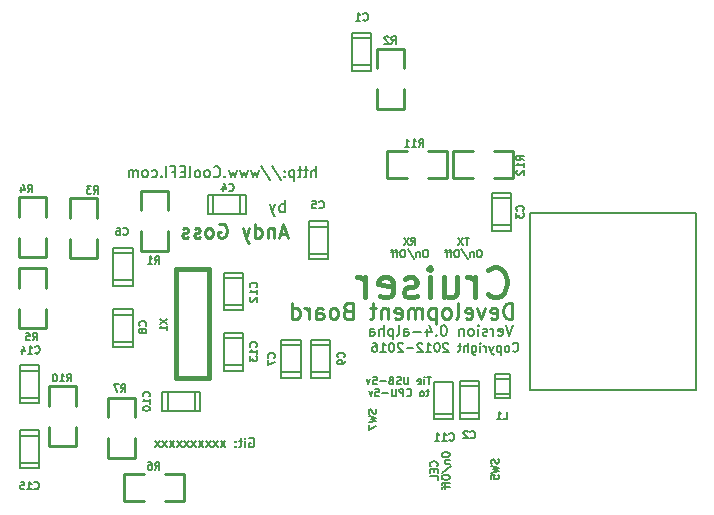
<source format=gbo>
G04 #@! TF.FileFunction,Legend,Bot*
%FSLAX46Y46*%
G04 Gerber Fmt 4.6, Leading zero omitted, Abs format (unit mm)*
G04 Created by KiCad (PCBNEW 4.0.2+dfsg1-stable) date Fri 18 May 2018 22:31:55 NZST*
%MOMM*%
G01*
G04 APERTURE LIST*
%ADD10C,0.150000*%
%ADD11C,0.127000*%
%ADD12C,0.177800*%
%ADD13C,0.152400*%
%ADD14C,0.228600*%
%ADD15C,0.241300*%
%ADD16C,0.420000*%
%ADD17C,0.254000*%
%ADD18C,0.381000*%
G04 APERTURE END LIST*
D10*
D11*
X145153810Y-76074262D02*
X144790953Y-76074262D01*
X144972381Y-76709262D02*
X144972381Y-76074262D01*
X144639762Y-76074262D02*
X144216428Y-76709262D01*
X144216428Y-76074262D02*
X144639762Y-76709262D01*
X146045833Y-77090262D02*
X145924881Y-77090262D01*
X145864405Y-77120500D01*
X145803928Y-77180976D01*
X145773690Y-77301929D01*
X145773690Y-77513595D01*
X145803928Y-77634548D01*
X145864405Y-77695024D01*
X145924881Y-77725262D01*
X146045833Y-77725262D01*
X146106309Y-77695024D01*
X146166786Y-77634548D01*
X146197024Y-77513595D01*
X146197024Y-77301929D01*
X146166786Y-77180976D01*
X146106309Y-77120500D01*
X146045833Y-77090262D01*
X145501548Y-77301929D02*
X145501548Y-77725262D01*
X145501548Y-77362405D02*
X145471309Y-77332167D01*
X145410833Y-77301929D01*
X145320119Y-77301929D01*
X145259643Y-77332167D01*
X145229405Y-77392643D01*
X145229405Y-77725262D01*
X144473452Y-77060024D02*
X145017738Y-77876452D01*
X144140833Y-77090262D02*
X144019881Y-77090262D01*
X143959405Y-77120500D01*
X143898928Y-77180976D01*
X143868690Y-77301929D01*
X143868690Y-77513595D01*
X143898928Y-77634548D01*
X143959405Y-77695024D01*
X144019881Y-77725262D01*
X144140833Y-77725262D01*
X144201309Y-77695024D01*
X144261786Y-77634548D01*
X144292024Y-77513595D01*
X144292024Y-77301929D01*
X144261786Y-77180976D01*
X144201309Y-77120500D01*
X144140833Y-77090262D01*
X143687262Y-77301929D02*
X143445357Y-77301929D01*
X143596548Y-77725262D02*
X143596548Y-77180976D01*
X143566309Y-77120500D01*
X143505833Y-77090262D01*
X143445357Y-77090262D01*
X143324405Y-77301929D02*
X143082500Y-77301929D01*
X143233691Y-77725262D02*
X143233691Y-77180976D01*
X143203452Y-77120500D01*
X143142976Y-77090262D01*
X143082500Y-77090262D01*
X140215833Y-76709262D02*
X140427500Y-76406881D01*
X140578691Y-76709262D02*
X140578691Y-76074262D01*
X140336786Y-76074262D01*
X140276310Y-76104500D01*
X140246071Y-76134738D01*
X140215833Y-76195214D01*
X140215833Y-76285929D01*
X140246071Y-76346405D01*
X140276310Y-76376643D01*
X140336786Y-76406881D01*
X140578691Y-76406881D01*
X140004167Y-76074262D02*
X139580833Y-76709262D01*
X139580833Y-76074262D02*
X140004167Y-76709262D01*
X141485833Y-77090262D02*
X141364881Y-77090262D01*
X141304405Y-77120500D01*
X141243928Y-77180976D01*
X141213690Y-77301929D01*
X141213690Y-77513595D01*
X141243928Y-77634548D01*
X141304405Y-77695024D01*
X141364881Y-77725262D01*
X141485833Y-77725262D01*
X141546309Y-77695024D01*
X141606786Y-77634548D01*
X141637024Y-77513595D01*
X141637024Y-77301929D01*
X141606786Y-77180976D01*
X141546309Y-77120500D01*
X141485833Y-77090262D01*
X140941548Y-77301929D02*
X140941548Y-77725262D01*
X140941548Y-77362405D02*
X140911309Y-77332167D01*
X140850833Y-77301929D01*
X140760119Y-77301929D01*
X140699643Y-77332167D01*
X140669405Y-77392643D01*
X140669405Y-77725262D01*
X139913452Y-77060024D02*
X140457738Y-77876452D01*
X139580833Y-77090262D02*
X139459881Y-77090262D01*
X139399405Y-77120500D01*
X139338928Y-77180976D01*
X139308690Y-77301929D01*
X139308690Y-77513595D01*
X139338928Y-77634548D01*
X139399405Y-77695024D01*
X139459881Y-77725262D01*
X139580833Y-77725262D01*
X139641309Y-77695024D01*
X139701786Y-77634548D01*
X139732024Y-77513595D01*
X139732024Y-77301929D01*
X139701786Y-77180976D01*
X139641309Y-77120500D01*
X139580833Y-77090262D01*
X139127262Y-77301929D02*
X138885357Y-77301929D01*
X139036548Y-77725262D02*
X139036548Y-77180976D01*
X139006309Y-77120500D01*
X138945833Y-77090262D01*
X138885357Y-77090262D01*
X138764405Y-77301929D02*
X138522500Y-77301929D01*
X138673691Y-77725262D02*
X138673691Y-77180976D01*
X138643452Y-77120500D01*
X138582976Y-77090262D01*
X138522500Y-77090262D01*
X142393786Y-95427262D02*
X142424024Y-95397024D01*
X142454262Y-95306309D01*
X142454262Y-95245833D01*
X142424024Y-95155119D01*
X142363548Y-95094643D01*
X142303071Y-95064404D01*
X142182119Y-95034166D01*
X142091405Y-95034166D01*
X141970452Y-95064404D01*
X141909976Y-95094643D01*
X141849500Y-95155119D01*
X141819262Y-95245833D01*
X141819262Y-95306309D01*
X141849500Y-95397024D01*
X141879738Y-95427262D01*
X142121643Y-95699404D02*
X142121643Y-95911071D01*
X142454262Y-96001785D02*
X142454262Y-95699404D01*
X141819262Y-95699404D01*
X141819262Y-96001785D01*
X142454262Y-96576309D02*
X142454262Y-96273928D01*
X141819262Y-96273928D01*
X142835262Y-94399167D02*
X142835262Y-94520119D01*
X142865500Y-94580595D01*
X142925976Y-94641072D01*
X143046929Y-94671310D01*
X143258595Y-94671310D01*
X143379548Y-94641072D01*
X143440024Y-94580595D01*
X143470262Y-94520119D01*
X143470262Y-94399167D01*
X143440024Y-94338691D01*
X143379548Y-94278214D01*
X143258595Y-94247976D01*
X143046929Y-94247976D01*
X142925976Y-94278214D01*
X142865500Y-94338691D01*
X142835262Y-94399167D01*
X143046929Y-94943452D02*
X143470262Y-94943452D01*
X143107405Y-94943452D02*
X143077167Y-94973691D01*
X143046929Y-95034167D01*
X143046929Y-95124881D01*
X143077167Y-95185357D01*
X143137643Y-95215595D01*
X143470262Y-95215595D01*
X142805024Y-95971548D02*
X143621452Y-95427262D01*
X142835262Y-96304167D02*
X142835262Y-96425119D01*
X142865500Y-96485595D01*
X142925976Y-96546072D01*
X143046929Y-96576310D01*
X143258595Y-96576310D01*
X143379548Y-96546072D01*
X143440024Y-96485595D01*
X143470262Y-96425119D01*
X143470262Y-96304167D01*
X143440024Y-96243691D01*
X143379548Y-96183214D01*
X143258595Y-96152976D01*
X143046929Y-96152976D01*
X142925976Y-96183214D01*
X142865500Y-96243691D01*
X142835262Y-96304167D01*
X143046929Y-96757738D02*
X143046929Y-96999643D01*
X143470262Y-96848452D02*
X142925976Y-96848452D01*
X142865500Y-96878691D01*
X142835262Y-96939167D01*
X142835262Y-96999643D01*
X143046929Y-97120595D02*
X143046929Y-97362500D01*
X143470262Y-97211309D02*
X142925976Y-97211309D01*
X142865500Y-97241548D01*
X142835262Y-97302024D01*
X142835262Y-97362500D01*
X141896548Y-87864262D02*
X141533691Y-87864262D01*
X141715119Y-88499262D02*
X141715119Y-87864262D01*
X141322024Y-88499262D02*
X141322024Y-88075929D01*
X141322024Y-87864262D02*
X141352262Y-87894500D01*
X141322024Y-87924738D01*
X141291785Y-87894500D01*
X141322024Y-87864262D01*
X141322024Y-87924738D01*
X140777738Y-88469024D02*
X140838214Y-88499262D01*
X140959166Y-88499262D01*
X141019643Y-88469024D01*
X141049881Y-88408548D01*
X141049881Y-88166643D01*
X141019643Y-88106167D01*
X140959166Y-88075929D01*
X140838214Y-88075929D01*
X140777738Y-88106167D01*
X140747500Y-88166643D01*
X140747500Y-88227119D01*
X141049881Y-88287595D01*
X139991547Y-87864262D02*
X139991547Y-88378310D01*
X139961308Y-88438786D01*
X139931070Y-88469024D01*
X139870594Y-88499262D01*
X139749642Y-88499262D01*
X139689166Y-88469024D01*
X139658927Y-88438786D01*
X139628689Y-88378310D01*
X139628689Y-87864262D01*
X139356547Y-88469024D02*
X139265832Y-88499262D01*
X139114642Y-88499262D01*
X139054166Y-88469024D01*
X139023928Y-88438786D01*
X138993689Y-88378310D01*
X138993689Y-88317833D01*
X139023928Y-88257357D01*
X139054166Y-88227119D01*
X139114642Y-88196881D01*
X139235594Y-88166643D01*
X139296070Y-88136405D01*
X139326309Y-88106167D01*
X139356547Y-88045690D01*
X139356547Y-87985214D01*
X139326309Y-87924738D01*
X139296070Y-87894500D01*
X139235594Y-87864262D01*
X139084404Y-87864262D01*
X138993689Y-87894500D01*
X138509880Y-88166643D02*
X138419166Y-88196881D01*
X138388927Y-88227119D01*
X138358689Y-88287595D01*
X138358689Y-88378310D01*
X138388927Y-88438786D01*
X138419166Y-88469024D01*
X138479642Y-88499262D01*
X138721547Y-88499262D01*
X138721547Y-87864262D01*
X138509880Y-87864262D01*
X138449404Y-87894500D01*
X138419166Y-87924738D01*
X138388927Y-87985214D01*
X138388927Y-88045690D01*
X138419166Y-88106167D01*
X138449404Y-88136405D01*
X138509880Y-88166643D01*
X138721547Y-88166643D01*
X138086547Y-88257357D02*
X137602737Y-88257357D01*
X136997976Y-87864262D02*
X137300357Y-87864262D01*
X137330595Y-88166643D01*
X137300357Y-88136405D01*
X137239880Y-88106167D01*
X137088690Y-88106167D01*
X137028214Y-88136405D01*
X136997976Y-88166643D01*
X136967737Y-88227119D01*
X136967737Y-88378310D01*
X136997976Y-88438786D01*
X137028214Y-88469024D01*
X137088690Y-88499262D01*
X137239880Y-88499262D01*
X137300357Y-88469024D01*
X137330595Y-88438786D01*
X136756071Y-88075929D02*
X136604880Y-88499262D01*
X136453690Y-88075929D01*
X141715119Y-89091929D02*
X141473214Y-89091929D01*
X141624405Y-88880262D02*
X141624405Y-89424548D01*
X141594166Y-89485024D01*
X141533690Y-89515262D01*
X141473214Y-89515262D01*
X141170833Y-89515262D02*
X141231309Y-89485024D01*
X141261548Y-89454786D01*
X141291786Y-89394310D01*
X141291786Y-89212881D01*
X141261548Y-89152405D01*
X141231309Y-89122167D01*
X141170833Y-89091929D01*
X141080119Y-89091929D01*
X141019643Y-89122167D01*
X140989405Y-89152405D01*
X140959167Y-89212881D01*
X140959167Y-89394310D01*
X140989405Y-89454786D01*
X141019643Y-89485024D01*
X141080119Y-89515262D01*
X141170833Y-89515262D01*
X139840356Y-89454786D02*
X139870594Y-89485024D01*
X139961309Y-89515262D01*
X140021785Y-89515262D01*
X140112499Y-89485024D01*
X140172975Y-89424548D01*
X140203214Y-89364071D01*
X140233452Y-89243119D01*
X140233452Y-89152405D01*
X140203214Y-89031452D01*
X140172975Y-88970976D01*
X140112499Y-88910500D01*
X140021785Y-88880262D01*
X139961309Y-88880262D01*
X139870594Y-88910500D01*
X139840356Y-88940738D01*
X139568214Y-89515262D02*
X139568214Y-88880262D01*
X139326309Y-88880262D01*
X139265833Y-88910500D01*
X139235594Y-88940738D01*
X139205356Y-89001214D01*
X139205356Y-89091929D01*
X139235594Y-89152405D01*
X139265833Y-89182643D01*
X139326309Y-89212881D01*
X139568214Y-89212881D01*
X138933214Y-88880262D02*
X138933214Y-89394310D01*
X138902975Y-89454786D01*
X138872737Y-89485024D01*
X138812261Y-89515262D01*
X138691309Y-89515262D01*
X138630833Y-89485024D01*
X138600594Y-89454786D01*
X138570356Y-89394310D01*
X138570356Y-88880262D01*
X138267976Y-89273357D02*
X137784166Y-89273357D01*
X137179405Y-88880262D02*
X137481786Y-88880262D01*
X137512024Y-89182643D01*
X137481786Y-89152405D01*
X137421309Y-89122167D01*
X137270119Y-89122167D01*
X137209643Y-89152405D01*
X137179405Y-89182643D01*
X137149166Y-89243119D01*
X137149166Y-89394310D01*
X137179405Y-89454786D01*
X137209643Y-89485024D01*
X137270119Y-89515262D01*
X137421309Y-89515262D01*
X137481786Y-89485024D01*
X137512024Y-89454786D01*
X136937500Y-89091929D02*
X136786309Y-89515262D01*
X136635119Y-89091929D01*
D12*
X129534761Y-73949619D02*
X129534761Y-72933619D01*
X129534761Y-73320667D02*
X129437999Y-73272286D01*
X129244476Y-73272286D01*
X129147714Y-73320667D01*
X129099333Y-73369048D01*
X129050952Y-73465810D01*
X129050952Y-73756095D01*
X129099333Y-73852857D01*
X129147714Y-73901238D01*
X129244476Y-73949619D01*
X129437999Y-73949619D01*
X129534761Y-73901238D01*
X128712285Y-73272286D02*
X128470380Y-73949619D01*
X128228476Y-73272286D02*
X128470380Y-73949619D01*
X128567142Y-74191524D01*
X128615523Y-74239905D01*
X128712285Y-74288286D01*
D13*
X132126330Y-70990893D02*
X132126330Y-70038393D01*
X131745330Y-70990893D02*
X131745330Y-70491964D01*
X131787664Y-70401250D01*
X131872330Y-70355893D01*
X131999330Y-70355893D01*
X132083997Y-70401250D01*
X132126330Y-70446607D01*
X131448997Y-70355893D02*
X131110331Y-70355893D01*
X131321997Y-70038393D02*
X131321997Y-70854821D01*
X131279664Y-70945536D01*
X131194997Y-70990893D01*
X131110331Y-70990893D01*
X130940997Y-70355893D02*
X130602331Y-70355893D01*
X130813997Y-70038393D02*
X130813997Y-70854821D01*
X130771664Y-70945536D01*
X130686997Y-70990893D01*
X130602331Y-70990893D01*
X130305997Y-70355893D02*
X130305997Y-71308393D01*
X130305997Y-70401250D02*
X130221331Y-70355893D01*
X130051997Y-70355893D01*
X129967331Y-70401250D01*
X129924997Y-70446607D01*
X129882664Y-70537321D01*
X129882664Y-70809464D01*
X129924997Y-70900179D01*
X129967331Y-70945536D01*
X130051997Y-70990893D01*
X130221331Y-70990893D01*
X130305997Y-70945536D01*
X129501664Y-70900179D02*
X129459331Y-70945536D01*
X129501664Y-70990893D01*
X129543998Y-70945536D01*
X129501664Y-70900179D01*
X129501664Y-70990893D01*
X129501664Y-70401250D02*
X129459331Y-70446607D01*
X129501664Y-70491964D01*
X129543998Y-70446607D01*
X129501664Y-70401250D01*
X129501664Y-70491964D01*
X128443331Y-69993036D02*
X129205331Y-71217679D01*
X127511998Y-69993036D02*
X128273998Y-71217679D01*
X127300332Y-70355893D02*
X127130999Y-70990893D01*
X126961665Y-70537321D01*
X126792332Y-70990893D01*
X126622999Y-70355893D01*
X126368999Y-70355893D02*
X126199666Y-70990893D01*
X126030332Y-70537321D01*
X125860999Y-70990893D01*
X125691666Y-70355893D01*
X125437666Y-70355893D02*
X125268333Y-70990893D01*
X125098999Y-70537321D01*
X124929666Y-70990893D01*
X124760333Y-70355893D01*
X124421666Y-70900179D02*
X124379333Y-70945536D01*
X124421666Y-70990893D01*
X124464000Y-70945536D01*
X124421666Y-70900179D01*
X124421666Y-70990893D01*
X123490333Y-70900179D02*
X123532667Y-70945536D01*
X123659667Y-70990893D01*
X123744333Y-70990893D01*
X123871333Y-70945536D01*
X123956000Y-70854821D01*
X123998333Y-70764107D01*
X124040667Y-70582679D01*
X124040667Y-70446607D01*
X123998333Y-70265179D01*
X123956000Y-70174464D01*
X123871333Y-70083750D01*
X123744333Y-70038393D01*
X123659667Y-70038393D01*
X123532667Y-70083750D01*
X123490333Y-70129107D01*
X122982333Y-70990893D02*
X123067000Y-70945536D01*
X123109333Y-70900179D01*
X123151667Y-70809464D01*
X123151667Y-70537321D01*
X123109333Y-70446607D01*
X123067000Y-70401250D01*
X122982333Y-70355893D01*
X122855333Y-70355893D01*
X122770667Y-70401250D01*
X122728333Y-70446607D01*
X122686000Y-70537321D01*
X122686000Y-70809464D01*
X122728333Y-70900179D01*
X122770667Y-70945536D01*
X122855333Y-70990893D01*
X122982333Y-70990893D01*
X122178000Y-70990893D02*
X122262667Y-70945536D01*
X122305000Y-70900179D01*
X122347334Y-70809464D01*
X122347334Y-70537321D01*
X122305000Y-70446607D01*
X122262667Y-70401250D01*
X122178000Y-70355893D01*
X122051000Y-70355893D01*
X121966334Y-70401250D01*
X121924000Y-70446607D01*
X121881667Y-70537321D01*
X121881667Y-70809464D01*
X121924000Y-70900179D01*
X121966334Y-70945536D01*
X122051000Y-70990893D01*
X122178000Y-70990893D01*
X121373667Y-70990893D02*
X121458334Y-70945536D01*
X121500667Y-70854821D01*
X121500667Y-70038393D01*
X121035000Y-70491964D02*
X120738667Y-70491964D01*
X120611667Y-70990893D02*
X121035000Y-70990893D01*
X121035000Y-70038393D01*
X120611667Y-70038393D01*
X119934334Y-70491964D02*
X120230667Y-70491964D01*
X120230667Y-70990893D02*
X120230667Y-70038393D01*
X119807334Y-70038393D01*
X119468667Y-70990893D02*
X119468667Y-70038393D01*
X119045334Y-70900179D02*
X119003001Y-70945536D01*
X119045334Y-70990893D01*
X119087668Y-70945536D01*
X119045334Y-70900179D01*
X119045334Y-70990893D01*
X118241001Y-70945536D02*
X118325668Y-70990893D01*
X118495001Y-70990893D01*
X118579668Y-70945536D01*
X118622001Y-70900179D01*
X118664335Y-70809464D01*
X118664335Y-70537321D01*
X118622001Y-70446607D01*
X118579668Y-70401250D01*
X118495001Y-70355893D01*
X118325668Y-70355893D01*
X118241001Y-70401250D01*
X117733001Y-70990893D02*
X117817668Y-70945536D01*
X117860001Y-70900179D01*
X117902335Y-70809464D01*
X117902335Y-70537321D01*
X117860001Y-70446607D01*
X117817668Y-70401250D01*
X117733001Y-70355893D01*
X117606001Y-70355893D01*
X117521335Y-70401250D01*
X117479001Y-70446607D01*
X117436668Y-70537321D01*
X117436668Y-70809464D01*
X117479001Y-70900179D01*
X117521335Y-70945536D01*
X117606001Y-70990893D01*
X117733001Y-70990893D01*
X117055668Y-70990893D02*
X117055668Y-70355893D01*
X117055668Y-70446607D02*
X117013335Y-70401250D01*
X116928668Y-70355893D01*
X116801668Y-70355893D01*
X116717002Y-70401250D01*
X116674668Y-70491964D01*
X116674668Y-70990893D01*
X116674668Y-70491964D02*
X116632335Y-70401250D01*
X116547668Y-70355893D01*
X116420668Y-70355893D01*
X116336002Y-70401250D01*
X116293668Y-70491964D01*
X116293668Y-70990893D01*
D12*
X148816905Y-83503347D02*
X148520572Y-84392347D01*
X148224239Y-83503347D01*
X147589239Y-84350013D02*
X147673905Y-84392347D01*
X147843239Y-84392347D01*
X147927905Y-84350013D01*
X147970239Y-84265347D01*
X147970239Y-83926680D01*
X147927905Y-83842013D01*
X147843239Y-83799680D01*
X147673905Y-83799680D01*
X147589239Y-83842013D01*
X147546905Y-83926680D01*
X147546905Y-84011347D01*
X147970239Y-84096013D01*
X147165905Y-84392347D02*
X147165905Y-83799680D01*
X147165905Y-83969013D02*
X147123572Y-83884347D01*
X147081239Y-83842013D01*
X146996572Y-83799680D01*
X146911905Y-83799680D01*
X146657906Y-84350013D02*
X146573239Y-84392347D01*
X146403906Y-84392347D01*
X146319239Y-84350013D01*
X146276906Y-84265347D01*
X146276906Y-84223013D01*
X146319239Y-84138347D01*
X146403906Y-84096013D01*
X146530906Y-84096013D01*
X146615572Y-84053680D01*
X146657906Y-83969013D01*
X146657906Y-83926680D01*
X146615572Y-83842013D01*
X146530906Y-83799680D01*
X146403906Y-83799680D01*
X146319239Y-83842013D01*
X145895905Y-84392347D02*
X145895905Y-83799680D01*
X145895905Y-83503347D02*
X145938239Y-83545680D01*
X145895905Y-83588013D01*
X145853572Y-83545680D01*
X145895905Y-83503347D01*
X145895905Y-83588013D01*
X145345572Y-84392347D02*
X145430239Y-84350013D01*
X145472572Y-84307680D01*
X145514906Y-84223013D01*
X145514906Y-83969013D01*
X145472572Y-83884347D01*
X145430239Y-83842013D01*
X145345572Y-83799680D01*
X145218572Y-83799680D01*
X145133906Y-83842013D01*
X145091572Y-83884347D01*
X145049239Y-83969013D01*
X145049239Y-84223013D01*
X145091572Y-84307680D01*
X145133906Y-84350013D01*
X145218572Y-84392347D01*
X145345572Y-84392347D01*
X144668239Y-83799680D02*
X144668239Y-84392347D01*
X144668239Y-83884347D02*
X144625906Y-83842013D01*
X144541239Y-83799680D01*
X144414239Y-83799680D01*
X144329573Y-83842013D01*
X144287239Y-83926680D01*
X144287239Y-84392347D01*
X143017240Y-83503347D02*
X142932573Y-83503347D01*
X142847907Y-83545680D01*
X142805573Y-83588013D01*
X142763240Y-83672680D01*
X142720907Y-83842013D01*
X142720907Y-84053680D01*
X142763240Y-84223013D01*
X142805573Y-84307680D01*
X142847907Y-84350013D01*
X142932573Y-84392347D01*
X143017240Y-84392347D01*
X143101907Y-84350013D01*
X143144240Y-84307680D01*
X143186573Y-84223013D01*
X143228907Y-84053680D01*
X143228907Y-83842013D01*
X143186573Y-83672680D01*
X143144240Y-83588013D01*
X143101907Y-83545680D01*
X143017240Y-83503347D01*
X142339906Y-84307680D02*
X142297573Y-84350013D01*
X142339906Y-84392347D01*
X142382240Y-84350013D01*
X142339906Y-84307680D01*
X142339906Y-84392347D01*
X141535573Y-83799680D02*
X141535573Y-84392347D01*
X141747240Y-83461013D02*
X141958907Y-84096013D01*
X141408573Y-84096013D01*
X141069906Y-84053680D02*
X140392573Y-84053680D01*
X139588239Y-84392347D02*
X139588239Y-83926680D01*
X139630573Y-83842013D01*
X139715239Y-83799680D01*
X139884573Y-83799680D01*
X139969239Y-83842013D01*
X139588239Y-84350013D02*
X139672906Y-84392347D01*
X139884573Y-84392347D01*
X139969239Y-84350013D01*
X140011573Y-84265347D01*
X140011573Y-84180680D01*
X139969239Y-84096013D01*
X139884573Y-84053680D01*
X139672906Y-84053680D01*
X139588239Y-84011347D01*
X139037906Y-84392347D02*
X139122573Y-84350013D01*
X139164906Y-84265347D01*
X139164906Y-83503347D01*
X138699239Y-83799680D02*
X138699239Y-84688680D01*
X138699239Y-83842013D02*
X138614573Y-83799680D01*
X138445239Y-83799680D01*
X138360573Y-83842013D01*
X138318239Y-83884347D01*
X138275906Y-83969013D01*
X138275906Y-84223013D01*
X138318239Y-84307680D01*
X138360573Y-84350013D01*
X138445239Y-84392347D01*
X138614573Y-84392347D01*
X138699239Y-84350013D01*
X137894906Y-84392347D02*
X137894906Y-83503347D01*
X137513906Y-84392347D02*
X137513906Y-83926680D01*
X137556240Y-83842013D01*
X137640906Y-83799680D01*
X137767906Y-83799680D01*
X137852573Y-83842013D01*
X137894906Y-83884347D01*
X136709573Y-84392347D02*
X136709573Y-83926680D01*
X136751907Y-83842013D01*
X136836573Y-83799680D01*
X137005907Y-83799680D01*
X137090573Y-83842013D01*
X136709573Y-84350013D02*
X136794240Y-84392347D01*
X137005907Y-84392347D01*
X137090573Y-84350013D01*
X137132907Y-84265347D01*
X137132907Y-84180680D01*
X137090573Y-84096013D01*
X137005907Y-84053680D01*
X136794240Y-84053680D01*
X136709573Y-84011347D01*
D11*
X126515571Y-93089000D02*
X126588142Y-93052714D01*
X126696999Y-93052714D01*
X126805856Y-93089000D01*
X126878428Y-93161571D01*
X126914713Y-93234143D01*
X126950999Y-93379286D01*
X126950999Y-93488143D01*
X126914713Y-93633286D01*
X126878428Y-93705857D01*
X126805856Y-93778429D01*
X126696999Y-93814714D01*
X126624428Y-93814714D01*
X126515571Y-93778429D01*
X126479285Y-93742143D01*
X126479285Y-93488143D01*
X126624428Y-93488143D01*
X126152713Y-93814714D02*
X126152713Y-93306714D01*
X126152713Y-93052714D02*
X126188999Y-93089000D01*
X126152713Y-93125286D01*
X126116428Y-93089000D01*
X126152713Y-93052714D01*
X126152713Y-93125286D01*
X125898714Y-93306714D02*
X125608428Y-93306714D01*
X125789856Y-93052714D02*
X125789856Y-93705857D01*
X125753571Y-93778429D01*
X125680999Y-93814714D01*
X125608428Y-93814714D01*
X125354427Y-93742143D02*
X125318142Y-93778429D01*
X125354427Y-93814714D01*
X125390713Y-93778429D01*
X125354427Y-93742143D01*
X125354427Y-93814714D01*
X125354427Y-93343000D02*
X125318142Y-93379286D01*
X125354427Y-93415571D01*
X125390713Y-93379286D01*
X125354427Y-93343000D01*
X125354427Y-93415571D01*
X124483571Y-93814714D02*
X124084428Y-93306714D01*
X124483571Y-93306714D02*
X124084428Y-93814714D01*
X123866714Y-93814714D02*
X123467571Y-93306714D01*
X123866714Y-93306714D02*
X123467571Y-93814714D01*
X123249857Y-93814714D02*
X122850714Y-93306714D01*
X123249857Y-93306714D02*
X122850714Y-93814714D01*
X122633000Y-93814714D02*
X122233857Y-93306714D01*
X122633000Y-93306714D02*
X122233857Y-93814714D01*
X122016143Y-93814714D02*
X121617000Y-93306714D01*
X122016143Y-93306714D02*
X121617000Y-93814714D01*
X121399286Y-93814714D02*
X121000143Y-93306714D01*
X121399286Y-93306714D02*
X121000143Y-93814714D01*
X120782429Y-93814714D02*
X120383286Y-93306714D01*
X120782429Y-93306714D02*
X120383286Y-93814714D01*
X120165572Y-93814714D02*
X119766429Y-93306714D01*
X120165572Y-93306714D02*
X119766429Y-93814714D01*
X119548715Y-93814714D02*
X119149572Y-93306714D01*
X119548715Y-93306714D02*
X119149572Y-93814714D01*
X118931858Y-93814714D02*
X118532715Y-93306714D01*
X118931858Y-93306714D02*
X118532715Y-93814714D01*
D12*
X148833142Y-85672143D02*
X148869428Y-85708429D01*
X148978285Y-85744714D01*
X149050856Y-85744714D01*
X149159713Y-85708429D01*
X149232285Y-85635857D01*
X149268570Y-85563286D01*
X149304856Y-85418143D01*
X149304856Y-85309286D01*
X149268570Y-85164143D01*
X149232285Y-85091571D01*
X149159713Y-85019000D01*
X149050856Y-84982714D01*
X148978285Y-84982714D01*
X148869428Y-85019000D01*
X148833142Y-85055286D01*
X148397713Y-85744714D02*
X148470285Y-85708429D01*
X148506570Y-85672143D01*
X148542856Y-85599571D01*
X148542856Y-85381857D01*
X148506570Y-85309286D01*
X148470285Y-85273000D01*
X148397713Y-85236714D01*
X148288856Y-85236714D01*
X148216285Y-85273000D01*
X148179999Y-85309286D01*
X148143713Y-85381857D01*
X148143713Y-85599571D01*
X148179999Y-85672143D01*
X148216285Y-85708429D01*
X148288856Y-85744714D01*
X148397713Y-85744714D01*
X147817141Y-85236714D02*
X147817141Y-85998714D01*
X147817141Y-85273000D02*
X147744570Y-85236714D01*
X147599427Y-85236714D01*
X147526856Y-85273000D01*
X147490570Y-85309286D01*
X147454284Y-85381857D01*
X147454284Y-85599571D01*
X147490570Y-85672143D01*
X147526856Y-85708429D01*
X147599427Y-85744714D01*
X147744570Y-85744714D01*
X147817141Y-85708429D01*
X147200284Y-85236714D02*
X147018855Y-85744714D01*
X146837427Y-85236714D02*
X147018855Y-85744714D01*
X147091427Y-85926143D01*
X147127712Y-85962429D01*
X147200284Y-85998714D01*
X146547141Y-85744714D02*
X146547141Y-85236714D01*
X146547141Y-85381857D02*
X146510856Y-85309286D01*
X146474570Y-85273000D01*
X146401999Y-85236714D01*
X146329427Y-85236714D01*
X146075427Y-85744714D02*
X146075427Y-85236714D01*
X146075427Y-84982714D02*
X146111713Y-85019000D01*
X146075427Y-85055286D01*
X146039142Y-85019000D01*
X146075427Y-84982714D01*
X146075427Y-85055286D01*
X145385999Y-85236714D02*
X145385999Y-85853571D01*
X145422285Y-85926143D01*
X145458570Y-85962429D01*
X145531142Y-85998714D01*
X145639999Y-85998714D01*
X145712570Y-85962429D01*
X145385999Y-85708429D02*
X145458570Y-85744714D01*
X145603713Y-85744714D01*
X145676285Y-85708429D01*
X145712570Y-85672143D01*
X145748856Y-85599571D01*
X145748856Y-85381857D01*
X145712570Y-85309286D01*
X145676285Y-85273000D01*
X145603713Y-85236714D01*
X145458570Y-85236714D01*
X145385999Y-85273000D01*
X145023141Y-85744714D02*
X145023141Y-84982714D01*
X144696570Y-85744714D02*
X144696570Y-85345571D01*
X144732856Y-85273000D01*
X144805427Y-85236714D01*
X144914284Y-85236714D01*
X144986856Y-85273000D01*
X145023141Y-85309286D01*
X144442570Y-85236714D02*
X144152284Y-85236714D01*
X144333712Y-84982714D02*
X144333712Y-85635857D01*
X144297427Y-85708429D01*
X144224855Y-85744714D01*
X144152284Y-85744714D01*
X143353998Y-85055286D02*
X143317712Y-85019000D01*
X143245141Y-84982714D01*
X143063712Y-84982714D01*
X142991141Y-85019000D01*
X142954855Y-85055286D01*
X142918570Y-85127857D01*
X142918570Y-85200429D01*
X142954855Y-85309286D01*
X143390284Y-85744714D01*
X142918570Y-85744714D01*
X142446856Y-84982714D02*
X142374284Y-84982714D01*
X142301713Y-85019000D01*
X142265427Y-85055286D01*
X142229141Y-85127857D01*
X142192856Y-85273000D01*
X142192856Y-85454429D01*
X142229141Y-85599571D01*
X142265427Y-85672143D01*
X142301713Y-85708429D01*
X142374284Y-85744714D01*
X142446856Y-85744714D01*
X142519427Y-85708429D01*
X142555713Y-85672143D01*
X142591998Y-85599571D01*
X142628284Y-85454429D01*
X142628284Y-85273000D01*
X142591998Y-85127857D01*
X142555713Y-85055286D01*
X142519427Y-85019000D01*
X142446856Y-84982714D01*
X141467142Y-85744714D02*
X141902570Y-85744714D01*
X141684856Y-85744714D02*
X141684856Y-84982714D01*
X141757427Y-85091571D01*
X141829999Y-85164143D01*
X141902570Y-85200429D01*
X141176856Y-85055286D02*
X141140570Y-85019000D01*
X141067999Y-84982714D01*
X140886570Y-84982714D01*
X140813999Y-85019000D01*
X140777713Y-85055286D01*
X140741428Y-85127857D01*
X140741428Y-85200429D01*
X140777713Y-85309286D01*
X141213142Y-85744714D01*
X140741428Y-85744714D01*
X140414856Y-85454429D02*
X139834285Y-85454429D01*
X139507713Y-85055286D02*
X139471427Y-85019000D01*
X139398856Y-84982714D01*
X139217427Y-84982714D01*
X139144856Y-85019000D01*
X139108570Y-85055286D01*
X139072285Y-85127857D01*
X139072285Y-85200429D01*
X139108570Y-85309286D01*
X139543999Y-85744714D01*
X139072285Y-85744714D01*
X138600571Y-84982714D02*
X138527999Y-84982714D01*
X138455428Y-85019000D01*
X138419142Y-85055286D01*
X138382856Y-85127857D01*
X138346571Y-85273000D01*
X138346571Y-85454429D01*
X138382856Y-85599571D01*
X138419142Y-85672143D01*
X138455428Y-85708429D01*
X138527999Y-85744714D01*
X138600571Y-85744714D01*
X138673142Y-85708429D01*
X138709428Y-85672143D01*
X138745713Y-85599571D01*
X138781999Y-85454429D01*
X138781999Y-85273000D01*
X138745713Y-85127857D01*
X138709428Y-85055286D01*
X138673142Y-85019000D01*
X138600571Y-84982714D01*
X137620857Y-85744714D02*
X138056285Y-85744714D01*
X137838571Y-85744714D02*
X137838571Y-84982714D01*
X137911142Y-85091571D01*
X137983714Y-85164143D01*
X138056285Y-85200429D01*
X136967714Y-84982714D02*
X137112857Y-84982714D01*
X137185428Y-85019000D01*
X137221714Y-85055286D01*
X137294285Y-85164143D01*
X137330571Y-85309286D01*
X137330571Y-85599571D01*
X137294285Y-85672143D01*
X137258000Y-85708429D01*
X137185428Y-85744714D01*
X137040285Y-85744714D01*
X136967714Y-85708429D01*
X136931428Y-85672143D01*
X136895143Y-85599571D01*
X136895143Y-85418143D01*
X136931428Y-85345571D01*
X136967714Y-85309286D01*
X137040285Y-85273000D01*
X137185428Y-85273000D01*
X137258000Y-85309286D01*
X137294285Y-85345571D01*
X137330571Y-85418143D01*
D14*
X129693832Y-75751083D02*
X129119309Y-75751083D01*
X129808737Y-76095798D02*
X129406571Y-74889298D01*
X129004404Y-76095798D01*
X128602237Y-75291464D02*
X128602237Y-76095798D01*
X128602237Y-75406369D02*
X128544785Y-75348917D01*
X128429880Y-75291464D01*
X128257523Y-75291464D01*
X128142618Y-75348917D01*
X128085166Y-75463821D01*
X128085166Y-76095798D01*
X126993571Y-76095798D02*
X126993571Y-74889298D01*
X126993571Y-76038345D02*
X127108475Y-76095798D01*
X127338285Y-76095798D01*
X127453190Y-76038345D01*
X127510642Y-75980893D01*
X127568094Y-75865988D01*
X127568094Y-75521274D01*
X127510642Y-75406369D01*
X127453190Y-75348917D01*
X127338285Y-75291464D01*
X127108475Y-75291464D01*
X126993571Y-75348917D01*
X126533952Y-75291464D02*
X126246690Y-76095798D01*
X125959428Y-75291464D02*
X126246690Y-76095798D01*
X126361595Y-76383060D01*
X126419047Y-76440512D01*
X126533952Y-76497964D01*
X123948595Y-74946750D02*
X124063500Y-74889298D01*
X124235857Y-74889298D01*
X124408214Y-74946750D01*
X124523119Y-75061655D01*
X124580571Y-75176560D01*
X124638023Y-75406369D01*
X124638023Y-75578726D01*
X124580571Y-75808536D01*
X124523119Y-75923440D01*
X124408214Y-76038345D01*
X124235857Y-76095798D01*
X124120952Y-76095798D01*
X123948595Y-76038345D01*
X123891143Y-75980893D01*
X123891143Y-75578726D01*
X124120952Y-75578726D01*
X123201714Y-76095798D02*
X123316619Y-76038345D01*
X123374071Y-75980893D01*
X123431523Y-75865988D01*
X123431523Y-75521274D01*
X123374071Y-75406369D01*
X123316619Y-75348917D01*
X123201714Y-75291464D01*
X123029357Y-75291464D01*
X122914452Y-75348917D01*
X122857000Y-75406369D01*
X122799547Y-75521274D01*
X122799547Y-75865988D01*
X122857000Y-75980893D01*
X122914452Y-76038345D01*
X123029357Y-76095798D01*
X123201714Y-76095798D01*
X122339928Y-76038345D02*
X122225024Y-76095798D01*
X121995214Y-76095798D01*
X121880309Y-76038345D01*
X121822857Y-75923440D01*
X121822857Y-75865988D01*
X121880309Y-75751083D01*
X121995214Y-75693631D01*
X122167571Y-75693631D01*
X122282476Y-75636179D01*
X122339928Y-75521274D01*
X122339928Y-75463821D01*
X122282476Y-75348917D01*
X122167571Y-75291464D01*
X121995214Y-75291464D01*
X121880309Y-75348917D01*
X121363238Y-76038345D02*
X121248334Y-76095798D01*
X121018524Y-76095798D01*
X120903619Y-76038345D01*
X120846167Y-75923440D01*
X120846167Y-75865988D01*
X120903619Y-75751083D01*
X121018524Y-75693631D01*
X121190881Y-75693631D01*
X121305786Y-75636179D01*
X121363238Y-75521274D01*
X121363238Y-75463821D01*
X121305786Y-75348917D01*
X121190881Y-75291464D01*
X121018524Y-75291464D01*
X120903619Y-75348917D01*
D15*
X148787517Y-82972910D02*
X148787517Y-81639410D01*
X148473041Y-81639410D01*
X148284355Y-81702910D01*
X148158564Y-81829910D01*
X148095669Y-81956910D01*
X148032774Y-82210910D01*
X148032774Y-82401410D01*
X148095669Y-82655410D01*
X148158564Y-82782410D01*
X148284355Y-82909410D01*
X148473041Y-82972910D01*
X148787517Y-82972910D01*
X146963555Y-82909410D02*
X147089345Y-82972910D01*
X147340926Y-82972910D01*
X147466717Y-82909410D01*
X147529612Y-82782410D01*
X147529612Y-82274410D01*
X147466717Y-82147410D01*
X147340926Y-82083910D01*
X147089345Y-82083910D01*
X146963555Y-82147410D01*
X146900660Y-82274410D01*
X146900660Y-82401410D01*
X147529612Y-82528410D01*
X146460393Y-82083910D02*
X146145917Y-82972910D01*
X145831441Y-82083910D01*
X144825117Y-82909410D02*
X144950907Y-82972910D01*
X145202488Y-82972910D01*
X145328279Y-82909410D01*
X145391174Y-82782410D01*
X145391174Y-82274410D01*
X145328279Y-82147410D01*
X145202488Y-82083910D01*
X144950907Y-82083910D01*
X144825117Y-82147410D01*
X144762222Y-82274410D01*
X144762222Y-82401410D01*
X145391174Y-82528410D01*
X144007479Y-82972910D02*
X144133270Y-82909410D01*
X144196165Y-82782410D01*
X144196165Y-81639410D01*
X143315631Y-82972910D02*
X143441422Y-82909410D01*
X143504317Y-82845910D01*
X143567212Y-82718910D01*
X143567212Y-82337910D01*
X143504317Y-82210910D01*
X143441422Y-82147410D01*
X143315631Y-82083910D01*
X143126945Y-82083910D01*
X143001155Y-82147410D01*
X142938260Y-82210910D01*
X142875364Y-82337910D01*
X142875364Y-82718910D01*
X142938260Y-82845910D01*
X143001155Y-82909410D01*
X143126945Y-82972910D01*
X143315631Y-82972910D01*
X142309307Y-82083910D02*
X142309307Y-83417410D01*
X142309307Y-82147410D02*
X142183516Y-82083910D01*
X141931935Y-82083910D01*
X141806145Y-82147410D01*
X141743250Y-82210910D01*
X141680354Y-82337910D01*
X141680354Y-82718910D01*
X141743250Y-82845910D01*
X141806145Y-82909410D01*
X141931935Y-82972910D01*
X142183516Y-82972910D01*
X142309307Y-82909410D01*
X141114297Y-82972910D02*
X141114297Y-82083910D01*
X141114297Y-82210910D02*
X141051402Y-82147410D01*
X140925611Y-82083910D01*
X140736925Y-82083910D01*
X140611135Y-82147410D01*
X140548240Y-82274410D01*
X140548240Y-82972910D01*
X140548240Y-82274410D02*
X140485344Y-82147410D01*
X140359554Y-82083910D01*
X140170868Y-82083910D01*
X140045078Y-82147410D01*
X139982183Y-82274410D01*
X139982183Y-82972910D01*
X138850068Y-82909410D02*
X138975858Y-82972910D01*
X139227439Y-82972910D01*
X139353230Y-82909410D01*
X139416125Y-82782410D01*
X139416125Y-82274410D01*
X139353230Y-82147410D01*
X139227439Y-82083910D01*
X138975858Y-82083910D01*
X138850068Y-82147410D01*
X138787173Y-82274410D01*
X138787173Y-82401410D01*
X139416125Y-82528410D01*
X138221116Y-82083910D02*
X138221116Y-82972910D01*
X138221116Y-82210910D02*
X138158221Y-82147410D01*
X138032430Y-82083910D01*
X137843744Y-82083910D01*
X137717954Y-82147410D01*
X137655059Y-82274410D01*
X137655059Y-82972910D01*
X137214792Y-82083910D02*
X136711630Y-82083910D01*
X137026106Y-81639410D02*
X137026106Y-82782410D01*
X136963211Y-82909410D01*
X136837420Y-82972910D01*
X136711630Y-82972910D01*
X134824772Y-82274410D02*
X134636086Y-82337910D01*
X134573191Y-82401410D01*
X134510296Y-82528410D01*
X134510296Y-82718910D01*
X134573191Y-82845910D01*
X134636086Y-82909410D01*
X134761877Y-82972910D01*
X135265039Y-82972910D01*
X135265039Y-81639410D01*
X134824772Y-81639410D01*
X134698982Y-81702910D01*
X134636086Y-81766410D01*
X134573191Y-81893410D01*
X134573191Y-82020410D01*
X134636086Y-82147410D01*
X134698982Y-82210910D01*
X134824772Y-82274410D01*
X135265039Y-82274410D01*
X133755553Y-82972910D02*
X133881344Y-82909410D01*
X133944239Y-82845910D01*
X134007134Y-82718910D01*
X134007134Y-82337910D01*
X133944239Y-82210910D01*
X133881344Y-82147410D01*
X133755553Y-82083910D01*
X133566867Y-82083910D01*
X133441077Y-82147410D01*
X133378182Y-82210910D01*
X133315286Y-82337910D01*
X133315286Y-82718910D01*
X133378182Y-82845910D01*
X133441077Y-82909410D01*
X133566867Y-82972910D01*
X133755553Y-82972910D01*
X132183172Y-82972910D02*
X132183172Y-82274410D01*
X132246067Y-82147410D01*
X132371857Y-82083910D01*
X132623438Y-82083910D01*
X132749229Y-82147410D01*
X132183172Y-82909410D02*
X132308962Y-82972910D01*
X132623438Y-82972910D01*
X132749229Y-82909410D01*
X132812124Y-82782410D01*
X132812124Y-82655410D01*
X132749229Y-82528410D01*
X132623438Y-82464910D01*
X132308962Y-82464910D01*
X132183172Y-82401410D01*
X131554219Y-82972910D02*
X131554219Y-82083910D01*
X131554219Y-82337910D02*
X131491324Y-82210910D01*
X131428428Y-82147410D01*
X131302638Y-82083910D01*
X131176847Y-82083910D01*
X130170524Y-82972910D02*
X130170524Y-81639410D01*
X130170524Y-82909410D02*
X130296314Y-82972910D01*
X130547895Y-82972910D01*
X130673686Y-82909410D01*
X130736581Y-82845910D01*
X130799476Y-82718910D01*
X130799476Y-82337910D01*
X130736581Y-82210910D01*
X130673686Y-82147410D01*
X130547895Y-82083910D01*
X130296314Y-82083910D01*
X130170524Y-82147410D01*
D16*
X146756967Y-80896823D02*
X146877919Y-81017775D01*
X147240776Y-81138728D01*
X147482681Y-81138728D01*
X147845538Y-81017775D01*
X148087443Y-80775870D01*
X148208395Y-80533966D01*
X148329347Y-80050156D01*
X148329347Y-79687299D01*
X148208395Y-79203490D01*
X148087443Y-78961585D01*
X147845538Y-78719680D01*
X147482681Y-78598728D01*
X147240776Y-78598728D01*
X146877919Y-78719680D01*
X146756967Y-78840632D01*
X145668395Y-81138728D02*
X145668395Y-79445394D01*
X145668395Y-79929204D02*
X145547443Y-79687299D01*
X145426490Y-79566347D01*
X145184586Y-79445394D01*
X144942681Y-79445394D01*
X143007443Y-79445394D02*
X143007443Y-81138728D01*
X144096014Y-79445394D02*
X144096014Y-80775870D01*
X143975062Y-81017775D01*
X143733157Y-81138728D01*
X143370300Y-81138728D01*
X143128395Y-81017775D01*
X143007443Y-80896823D01*
X141797919Y-81138728D02*
X141797919Y-79445394D01*
X141797919Y-78598728D02*
X141918871Y-78719680D01*
X141797919Y-78840632D01*
X141676967Y-78719680D01*
X141797919Y-78598728D01*
X141797919Y-78840632D01*
X140709347Y-81017775D02*
X140467443Y-81138728D01*
X139983633Y-81138728D01*
X139741728Y-81017775D01*
X139620776Y-80775870D01*
X139620776Y-80654918D01*
X139741728Y-80413013D01*
X139983633Y-80292061D01*
X140346490Y-80292061D01*
X140588395Y-80171109D01*
X140709347Y-79929204D01*
X140709347Y-79808251D01*
X140588395Y-79566347D01*
X140346490Y-79445394D01*
X139983633Y-79445394D01*
X139741728Y-79566347D01*
X137564586Y-81017775D02*
X137806491Y-81138728D01*
X138290300Y-81138728D01*
X138532205Y-81017775D01*
X138653157Y-80775870D01*
X138653157Y-79808251D01*
X138532205Y-79566347D01*
X138290300Y-79445394D01*
X137806491Y-79445394D01*
X137564586Y-79566347D01*
X137443634Y-79808251D01*
X137443634Y-80050156D01*
X138653157Y-80292061D01*
X136355062Y-81138728D02*
X136355062Y-79445394D01*
X136355062Y-79929204D02*
X136234110Y-79687299D01*
X136113157Y-79566347D01*
X135871253Y-79445394D01*
X135629348Y-79445394D01*
D11*
X107107200Y-87357000D02*
X108732800Y-87357000D01*
X108732800Y-89643000D02*
X107107200Y-89643000D01*
X108732800Y-90100200D02*
X107107200Y-90100200D01*
X107107200Y-90100200D02*
X107107200Y-86899800D01*
X107107200Y-86899800D02*
X108732800Y-86899800D01*
X108732800Y-86899800D02*
X108732800Y-90100200D01*
X124387200Y-84607000D02*
X126012800Y-84607000D01*
X126012800Y-86893000D02*
X124387200Y-86893000D01*
X126012800Y-87350200D02*
X124387200Y-87350200D01*
X124387200Y-87350200D02*
X124387200Y-84149800D01*
X124387200Y-84149800D02*
X126012800Y-84149800D01*
X126012800Y-84149800D02*
X126012800Y-87350200D01*
X121903000Y-89127200D02*
X121903000Y-90752800D01*
X119617000Y-90752800D02*
X119617000Y-89127200D01*
X119159800Y-90752800D02*
X119159800Y-89127200D01*
X119159800Y-89127200D02*
X122360200Y-89127200D01*
X122360200Y-89127200D02*
X122360200Y-90752800D01*
X122360200Y-90752800D02*
X119159800Y-90752800D01*
X131747200Y-85187000D02*
X133372800Y-85187000D01*
X133372800Y-87473000D02*
X131747200Y-87473000D01*
X133372800Y-87930200D02*
X131747200Y-87930200D01*
X131747200Y-87930200D02*
X131747200Y-84729800D01*
X131747200Y-84729800D02*
X133372800Y-84729800D01*
X133372800Y-84729800D02*
X133372800Y-87930200D01*
X116632800Y-84883000D02*
X115007200Y-84883000D01*
X115007200Y-82597000D02*
X116632800Y-82597000D01*
X115007200Y-82139800D02*
X116632800Y-82139800D01*
X116632800Y-82139800D02*
X116632800Y-85340200D01*
X116632800Y-85340200D02*
X115007200Y-85340200D01*
X115007200Y-85340200D02*
X115007200Y-82139800D01*
X130862800Y-87473000D02*
X129237200Y-87473000D01*
X129237200Y-85187000D02*
X130862800Y-85187000D01*
X129237200Y-84729800D02*
X130862800Y-84729800D01*
X130862800Y-84729800D02*
X130862800Y-87930200D01*
X130862800Y-87930200D02*
X129237200Y-87930200D01*
X129237200Y-87930200D02*
X129237200Y-84729800D01*
X115007200Y-77397000D02*
X116632800Y-77397000D01*
X116632800Y-79683000D02*
X115007200Y-79683000D01*
X116632800Y-80140200D02*
X115007200Y-80140200D01*
X115007200Y-80140200D02*
X115007200Y-76939800D01*
X115007200Y-76939800D02*
X116632800Y-76939800D01*
X116632800Y-76939800D02*
X116632800Y-80140200D01*
X131577200Y-75167000D02*
X133202800Y-75167000D01*
X133202800Y-77453000D02*
X131577200Y-77453000D01*
X133202800Y-77910200D02*
X131577200Y-77910200D01*
X131577200Y-77910200D02*
X131577200Y-74709800D01*
X131577200Y-74709800D02*
X133202800Y-74709800D01*
X133202800Y-74709800D02*
X133202800Y-77910200D01*
X123477000Y-74122800D02*
X123477000Y-72497200D01*
X125763000Y-72497200D02*
X125763000Y-74122800D01*
X126220200Y-72497200D02*
X126220200Y-74122800D01*
X126220200Y-74122800D02*
X123019800Y-74122800D01*
X123019800Y-74122800D02*
X123019800Y-72497200D01*
X123019800Y-72497200D02*
X126220200Y-72497200D01*
X148691600Y-75031600D02*
X147066000Y-75031600D01*
X147066000Y-72745600D02*
X148691600Y-72745600D01*
X147066000Y-72288400D02*
X148691600Y-72288400D01*
X148691600Y-72288400D02*
X148691600Y-75488800D01*
X148691600Y-75488800D02*
X147066000Y-75488800D01*
X147066000Y-75488800D02*
X147066000Y-72288400D01*
X145971260Y-90942160D02*
X144345660Y-90942160D01*
X144345660Y-88656160D02*
X145971260Y-88656160D01*
X144345660Y-88198960D02*
X145971260Y-88198960D01*
X145971260Y-88198960D02*
X145971260Y-91399360D01*
X145971260Y-91399360D02*
X144345660Y-91399360D01*
X144345660Y-91399360D02*
X144345660Y-88198960D01*
X136862800Y-61503000D02*
X135237200Y-61503000D01*
X135237200Y-59217000D02*
X136862800Y-59217000D01*
X135237200Y-58759800D02*
X136862800Y-58759800D01*
X136862800Y-58759800D02*
X136862800Y-61960200D01*
X136862800Y-61960200D02*
X135237200Y-61960200D01*
X135237200Y-61960200D02*
X135237200Y-58759800D01*
D17*
X148859240Y-68767960D02*
X148859240Y-71053960D01*
X148859240Y-71053960D02*
X147208240Y-71053960D01*
X145430240Y-68767960D02*
X143779240Y-68767960D01*
X143779240Y-68767960D02*
X143779240Y-71053960D01*
X143779240Y-71053960D02*
X145430240Y-71053960D01*
X147208240Y-68767960D02*
X148859240Y-68767960D01*
X143268700Y-68778120D02*
X143268700Y-71064120D01*
X143268700Y-71064120D02*
X141617700Y-71064120D01*
X139839700Y-68778120D02*
X138188700Y-68778120D01*
X138188700Y-68778120D02*
X138188700Y-71064120D01*
X138188700Y-71064120D02*
X139839700Y-71064120D01*
X141617700Y-68778120D02*
X143268700Y-68778120D01*
X109577000Y-88660000D02*
X111863000Y-88660000D01*
X111863000Y-88660000D02*
X111863000Y-90311000D01*
X109577000Y-92089000D02*
X109577000Y-93740000D01*
X109577000Y-93740000D02*
X111863000Y-93740000D01*
X111863000Y-93740000D02*
X111863000Y-92089000D01*
X109577000Y-90311000D02*
X109577000Y-88660000D01*
X116843000Y-94720000D02*
X114557000Y-94720000D01*
X114557000Y-94720000D02*
X114557000Y-93069000D01*
X116843000Y-91291000D02*
X116843000Y-89640000D01*
X116843000Y-89640000D02*
X114557000Y-89640000D01*
X114557000Y-89640000D02*
X114557000Y-91291000D01*
X116843000Y-93069000D02*
X116843000Y-94720000D01*
X120990000Y-96117000D02*
X120990000Y-98403000D01*
X120990000Y-98403000D02*
X119339000Y-98403000D01*
X117561000Y-96117000D02*
X115910000Y-96117000D01*
X115910000Y-96117000D02*
X115910000Y-98403000D01*
X115910000Y-98403000D02*
X117561000Y-98403000D01*
X119339000Y-96117000D02*
X120990000Y-96117000D01*
X109263000Y-83740000D02*
X106977000Y-83740000D01*
X106977000Y-83740000D02*
X106977000Y-82089000D01*
X109263000Y-80311000D02*
X109263000Y-78660000D01*
X109263000Y-78660000D02*
X106977000Y-78660000D01*
X106977000Y-78660000D02*
X106977000Y-80311000D01*
X109263000Y-82089000D02*
X109263000Y-83740000D01*
X106977000Y-72660000D02*
X109263000Y-72660000D01*
X109263000Y-72660000D02*
X109263000Y-74311000D01*
X106977000Y-76089000D02*
X106977000Y-77740000D01*
X106977000Y-77740000D02*
X109263000Y-77740000D01*
X109263000Y-77740000D02*
X109263000Y-76089000D01*
X106977000Y-74311000D02*
X106977000Y-72660000D01*
X113643000Y-77840000D02*
X111357000Y-77840000D01*
X111357000Y-77840000D02*
X111357000Y-76189000D01*
X113643000Y-74411000D02*
X113643000Y-72760000D01*
X113643000Y-72760000D02*
X111357000Y-72760000D01*
X111357000Y-72760000D02*
X111357000Y-74411000D01*
X113643000Y-76189000D02*
X113643000Y-77840000D01*
X139603000Y-65170000D02*
X137317000Y-65170000D01*
X137317000Y-65170000D02*
X137317000Y-63519000D01*
X139603000Y-61741000D02*
X139603000Y-60090000D01*
X139603000Y-60090000D02*
X137317000Y-60090000D01*
X137317000Y-60090000D02*
X137317000Y-61741000D01*
X139603000Y-63519000D02*
X139603000Y-65170000D01*
X117327000Y-72100000D02*
X119613000Y-72100000D01*
X119613000Y-72100000D02*
X119613000Y-73751000D01*
X117327000Y-75529000D02*
X117327000Y-77180000D01*
X117327000Y-77180000D02*
X119613000Y-77180000D01*
X119613000Y-77180000D02*
X119613000Y-75529000D01*
X117327000Y-73751000D02*
X117327000Y-72100000D01*
D11*
X126012800Y-81793000D02*
X124387200Y-81793000D01*
X124387200Y-79507000D02*
X126012800Y-79507000D01*
X124387200Y-79049800D02*
X126012800Y-79049800D01*
X126012800Y-79049800D02*
X126012800Y-82250200D01*
X126012800Y-82250200D02*
X124387200Y-82250200D01*
X124387200Y-82250200D02*
X124387200Y-79049800D01*
X108732800Y-95143000D02*
X107107200Y-95143000D01*
X107107200Y-92857000D02*
X108732800Y-92857000D01*
X107107200Y-92399800D02*
X108732800Y-92399800D01*
X108732800Y-92399800D02*
X108732800Y-95600200D01*
X108732800Y-95600200D02*
X107107200Y-95600200D01*
X107107200Y-95600200D02*
X107107200Y-92399800D01*
X143802100Y-91013280D02*
X142176500Y-91013280D01*
X142176500Y-88270080D02*
X143802100Y-88270080D01*
X143802100Y-88270080D02*
X143802100Y-91470480D01*
X143802100Y-91470480D02*
X142176500Y-91470480D01*
X142176500Y-91470480D02*
X142176500Y-88270080D01*
D18*
X123067000Y-78724500D02*
X120273000Y-78724500D01*
X120273000Y-78724500D02*
X120273000Y-87995500D01*
X120273000Y-87995500D02*
X123067000Y-87995500D01*
X123067000Y-87995500D02*
X123067000Y-78788000D01*
D11*
X148595080Y-88016080D02*
X147325080Y-88016080D01*
X148595080Y-89286080D02*
X147350480Y-89286080D01*
X148595080Y-89667080D02*
X148595080Y-87635080D01*
X148595080Y-87635080D02*
X147325080Y-87635080D01*
X147325080Y-87635080D02*
X147325080Y-89667080D01*
X147325080Y-89667080D02*
X148595080Y-89667080D01*
X150246080Y-88953340D02*
X164343080Y-88953340D01*
X164343080Y-73967340D02*
X150246080Y-73967340D01*
X150246080Y-88953340D02*
X150246080Y-73967340D01*
X164343080Y-88953340D02*
X164343080Y-73967340D01*
X108388214Y-85836786D02*
X108418452Y-85867024D01*
X108509167Y-85897262D01*
X108569643Y-85897262D01*
X108660357Y-85867024D01*
X108720833Y-85806548D01*
X108751072Y-85746071D01*
X108781310Y-85625119D01*
X108781310Y-85534405D01*
X108751072Y-85413452D01*
X108720833Y-85352976D01*
X108660357Y-85292500D01*
X108569643Y-85262262D01*
X108509167Y-85262262D01*
X108418452Y-85292500D01*
X108388214Y-85322738D01*
X107783452Y-85897262D02*
X108146310Y-85897262D01*
X107964881Y-85897262D02*
X107964881Y-85262262D01*
X108025357Y-85352976D01*
X108085833Y-85413452D01*
X108146310Y-85443690D01*
X107239167Y-85473929D02*
X107239167Y-85897262D01*
X107390357Y-85232024D02*
X107541548Y-85685595D01*
X107148452Y-85685595D01*
X127126786Y-85321786D02*
X127157024Y-85291548D01*
X127187262Y-85200833D01*
X127187262Y-85140357D01*
X127157024Y-85049643D01*
X127096548Y-84989167D01*
X127036071Y-84958928D01*
X126915119Y-84928690D01*
X126824405Y-84928690D01*
X126703452Y-84958928D01*
X126642976Y-84989167D01*
X126582500Y-85049643D01*
X126552262Y-85140357D01*
X126552262Y-85200833D01*
X126582500Y-85291548D01*
X126612738Y-85321786D01*
X127187262Y-85926548D02*
X127187262Y-85563690D01*
X127187262Y-85745119D02*
X126552262Y-85745119D01*
X126642976Y-85684643D01*
X126703452Y-85624167D01*
X126733690Y-85563690D01*
X126552262Y-86138214D02*
X126552262Y-86531310D01*
X126794167Y-86319643D01*
X126794167Y-86410357D01*
X126824405Y-86470833D01*
X126854643Y-86501071D01*
X126915119Y-86531310D01*
X127066310Y-86531310D01*
X127126786Y-86501071D01*
X127157024Y-86470833D01*
X127187262Y-86410357D01*
X127187262Y-86228929D01*
X127157024Y-86168452D01*
X127126786Y-86138214D01*
X118066786Y-89531786D02*
X118097024Y-89501548D01*
X118127262Y-89410833D01*
X118127262Y-89350357D01*
X118097024Y-89259643D01*
X118036548Y-89199167D01*
X117976071Y-89168928D01*
X117855119Y-89138690D01*
X117764405Y-89138690D01*
X117643452Y-89168928D01*
X117582976Y-89199167D01*
X117522500Y-89259643D01*
X117492262Y-89350357D01*
X117492262Y-89410833D01*
X117522500Y-89501548D01*
X117552738Y-89531786D01*
X118127262Y-90136548D02*
X118127262Y-89773690D01*
X118127262Y-89955119D02*
X117492262Y-89955119D01*
X117582976Y-89894643D01*
X117643452Y-89834167D01*
X117673690Y-89773690D01*
X117492262Y-90529643D02*
X117492262Y-90590119D01*
X117522500Y-90650595D01*
X117552738Y-90680833D01*
X117613214Y-90711071D01*
X117734167Y-90741310D01*
X117885357Y-90741310D01*
X118006310Y-90711071D01*
X118066786Y-90680833D01*
X118097024Y-90650595D01*
X118127262Y-90590119D01*
X118127262Y-90529643D01*
X118097024Y-90469167D01*
X118066786Y-90438929D01*
X118006310Y-90408690D01*
X117885357Y-90378452D01*
X117734167Y-90378452D01*
X117613214Y-90408690D01*
X117552738Y-90438929D01*
X117522500Y-90469167D01*
X117492262Y-90529643D01*
X134546786Y-86204167D02*
X134577024Y-86173929D01*
X134607262Y-86083214D01*
X134607262Y-86022738D01*
X134577024Y-85932024D01*
X134516548Y-85871548D01*
X134456071Y-85841309D01*
X134335119Y-85811071D01*
X134244405Y-85811071D01*
X134123452Y-85841309D01*
X134062976Y-85871548D01*
X134002500Y-85932024D01*
X133972262Y-86022738D01*
X133972262Y-86083214D01*
X134002500Y-86173929D01*
X134032738Y-86204167D01*
X134607262Y-86506548D02*
X134607262Y-86627500D01*
X134577024Y-86687976D01*
X134546786Y-86718214D01*
X134456071Y-86778690D01*
X134335119Y-86808929D01*
X134093214Y-86808929D01*
X134032738Y-86778690D01*
X134002500Y-86748452D01*
X133972262Y-86687976D01*
X133972262Y-86567024D01*
X134002500Y-86506548D01*
X134032738Y-86476309D01*
X134093214Y-86446071D01*
X134244405Y-86446071D01*
X134304881Y-86476309D01*
X134335119Y-86506548D01*
X134365357Y-86567024D01*
X134365357Y-86687976D01*
X134335119Y-86748452D01*
X134304881Y-86778690D01*
X134244405Y-86808929D01*
X117735886Y-83545267D02*
X117766124Y-83515029D01*
X117796362Y-83424314D01*
X117796362Y-83363838D01*
X117766124Y-83273124D01*
X117705648Y-83212648D01*
X117645171Y-83182409D01*
X117524219Y-83152171D01*
X117433505Y-83152171D01*
X117312552Y-83182409D01*
X117252076Y-83212648D01*
X117191600Y-83273124D01*
X117161362Y-83363838D01*
X117161362Y-83424314D01*
X117191600Y-83515029D01*
X117221838Y-83545267D01*
X117433505Y-83908124D02*
X117403267Y-83847648D01*
X117373029Y-83817409D01*
X117312552Y-83787171D01*
X117282314Y-83787171D01*
X117221838Y-83817409D01*
X117191600Y-83847648D01*
X117161362Y-83908124D01*
X117161362Y-84029076D01*
X117191600Y-84089552D01*
X117221838Y-84119790D01*
X117282314Y-84150029D01*
X117312552Y-84150029D01*
X117373029Y-84119790D01*
X117403267Y-84089552D01*
X117433505Y-84029076D01*
X117433505Y-83908124D01*
X117463743Y-83847648D01*
X117493981Y-83817409D01*
X117554457Y-83787171D01*
X117675410Y-83787171D01*
X117735886Y-83817409D01*
X117766124Y-83847648D01*
X117796362Y-83908124D01*
X117796362Y-84029076D01*
X117766124Y-84089552D01*
X117735886Y-84119790D01*
X117675410Y-84150029D01*
X117554457Y-84150029D01*
X117493981Y-84119790D01*
X117463743Y-84089552D01*
X117433505Y-84029076D01*
X128646786Y-86254167D02*
X128677024Y-86223929D01*
X128707262Y-86133214D01*
X128707262Y-86072738D01*
X128677024Y-85982024D01*
X128616548Y-85921548D01*
X128556071Y-85891309D01*
X128435119Y-85861071D01*
X128344405Y-85861071D01*
X128223452Y-85891309D01*
X128162976Y-85921548D01*
X128102500Y-85982024D01*
X128072262Y-86072738D01*
X128072262Y-86133214D01*
X128102500Y-86223929D01*
X128132738Y-86254167D01*
X128072262Y-86465833D02*
X128072262Y-86889167D01*
X128707262Y-86617024D01*
X115847093Y-75815306D02*
X115877331Y-75845544D01*
X115968046Y-75875782D01*
X116028522Y-75875782D01*
X116119236Y-75845544D01*
X116179712Y-75785068D01*
X116209951Y-75724591D01*
X116240189Y-75603639D01*
X116240189Y-75512925D01*
X116209951Y-75391972D01*
X116179712Y-75331496D01*
X116119236Y-75271020D01*
X116028522Y-75240782D01*
X115968046Y-75240782D01*
X115877331Y-75271020D01*
X115847093Y-75301258D01*
X115302808Y-75240782D02*
X115423760Y-75240782D01*
X115484236Y-75271020D01*
X115514474Y-75301258D01*
X115574951Y-75391972D01*
X115605189Y-75512925D01*
X115605189Y-75754830D01*
X115574951Y-75815306D01*
X115544712Y-75845544D01*
X115484236Y-75875782D01*
X115363284Y-75875782D01*
X115302808Y-75845544D01*
X115272570Y-75815306D01*
X115242331Y-75754830D01*
X115242331Y-75603639D01*
X115272570Y-75543163D01*
X115302808Y-75512925D01*
X115363284Y-75482687D01*
X115484236Y-75482687D01*
X115544712Y-75512925D01*
X115574951Y-75543163D01*
X115605189Y-75603639D01*
X132437413Y-73547206D02*
X132467651Y-73577444D01*
X132558366Y-73607682D01*
X132618842Y-73607682D01*
X132709556Y-73577444D01*
X132770032Y-73516968D01*
X132800271Y-73456491D01*
X132830509Y-73335539D01*
X132830509Y-73244825D01*
X132800271Y-73123872D01*
X132770032Y-73063396D01*
X132709556Y-73002920D01*
X132618842Y-72972682D01*
X132558366Y-72972682D01*
X132467651Y-73002920D01*
X132437413Y-73033158D01*
X131862890Y-72972682D02*
X132165271Y-72972682D01*
X132195509Y-73275063D01*
X132165271Y-73244825D01*
X132104794Y-73214587D01*
X131953604Y-73214587D01*
X131893128Y-73244825D01*
X131862890Y-73275063D01*
X131832651Y-73335539D01*
X131832651Y-73486730D01*
X131862890Y-73547206D01*
X131893128Y-73577444D01*
X131953604Y-73607682D01*
X132104794Y-73607682D01*
X132165271Y-73577444D01*
X132195509Y-73547206D01*
X124796953Y-72096606D02*
X124827191Y-72126844D01*
X124917906Y-72157082D01*
X124978382Y-72157082D01*
X125069096Y-72126844D01*
X125129572Y-72066368D01*
X125159811Y-72005891D01*
X125190049Y-71884939D01*
X125190049Y-71794225D01*
X125159811Y-71673272D01*
X125129572Y-71612796D01*
X125069096Y-71552320D01*
X124978382Y-71522082D01*
X124917906Y-71522082D01*
X124827191Y-71552320D01*
X124796953Y-71582558D01*
X124252668Y-71733749D02*
X124252668Y-72157082D01*
X124403858Y-71491844D02*
X124555049Y-71945415D01*
X124161953Y-71945415D01*
X149688006Y-73792927D02*
X149718244Y-73762689D01*
X149748482Y-73671974D01*
X149748482Y-73611498D01*
X149718244Y-73520784D01*
X149657768Y-73460308D01*
X149597291Y-73430069D01*
X149476339Y-73399831D01*
X149385625Y-73399831D01*
X149264672Y-73430069D01*
X149204196Y-73460308D01*
X149143720Y-73520784D01*
X149113482Y-73611498D01*
X149113482Y-73671974D01*
X149143720Y-73762689D01*
X149173958Y-73792927D01*
X149113482Y-74004593D02*
X149113482Y-74397689D01*
X149355387Y-74186022D01*
X149355387Y-74276736D01*
X149385625Y-74337212D01*
X149415863Y-74367450D01*
X149476339Y-74397689D01*
X149627530Y-74397689D01*
X149688006Y-74367450D01*
X149718244Y-74337212D01*
X149748482Y-74276736D01*
X149748482Y-74095308D01*
X149718244Y-74034831D01*
X149688006Y-74004593D01*
X145236353Y-93025686D02*
X145266591Y-93055924D01*
X145357306Y-93086162D01*
X145417782Y-93086162D01*
X145508496Y-93055924D01*
X145568972Y-92995448D01*
X145599211Y-92934971D01*
X145629449Y-92814019D01*
X145629449Y-92723305D01*
X145599211Y-92602352D01*
X145568972Y-92541876D01*
X145508496Y-92481400D01*
X145417782Y-92451162D01*
X145357306Y-92451162D01*
X145266591Y-92481400D01*
X145236353Y-92511638D01*
X144994449Y-92511638D02*
X144964211Y-92481400D01*
X144903734Y-92451162D01*
X144752544Y-92451162D01*
X144692068Y-92481400D01*
X144661830Y-92511638D01*
X144631591Y-92572114D01*
X144631591Y-92632590D01*
X144661830Y-92723305D01*
X145024687Y-93086162D01*
X144631591Y-93086162D01*
X136165833Y-57646786D02*
X136196071Y-57677024D01*
X136286786Y-57707262D01*
X136347262Y-57707262D01*
X136437976Y-57677024D01*
X136498452Y-57616548D01*
X136528691Y-57556071D01*
X136558929Y-57435119D01*
X136558929Y-57344405D01*
X136528691Y-57223452D01*
X136498452Y-57162976D01*
X136437976Y-57102500D01*
X136347262Y-57072262D01*
X136286786Y-57072262D01*
X136196071Y-57102500D01*
X136165833Y-57132738D01*
X135561071Y-57707262D02*
X135923929Y-57707262D01*
X135742500Y-57707262D02*
X135742500Y-57072262D01*
X135802976Y-57162976D01*
X135863452Y-57223452D01*
X135923929Y-57253690D01*
X149766262Y-69540846D02*
X149463881Y-69329179D01*
X149766262Y-69177988D02*
X149131262Y-69177988D01*
X149131262Y-69419893D01*
X149161500Y-69480369D01*
X149191738Y-69510608D01*
X149252214Y-69540846D01*
X149342929Y-69540846D01*
X149403405Y-69510608D01*
X149433643Y-69480369D01*
X149463881Y-69419893D01*
X149463881Y-69177988D01*
X149766262Y-70145608D02*
X149766262Y-69782750D01*
X149766262Y-69964179D02*
X149131262Y-69964179D01*
X149221976Y-69903703D01*
X149282452Y-69843227D01*
X149312690Y-69782750D01*
X149191738Y-70387512D02*
X149161500Y-70417750D01*
X149131262Y-70478227D01*
X149131262Y-70629417D01*
X149161500Y-70689893D01*
X149191738Y-70720131D01*
X149252214Y-70750370D01*
X149312690Y-70750370D01*
X149403405Y-70720131D01*
X149766262Y-70357274D01*
X149766262Y-70750370D01*
X140868214Y-68387262D02*
X141079881Y-68084881D01*
X141231072Y-68387262D02*
X141231072Y-67752262D01*
X140989167Y-67752262D01*
X140928691Y-67782500D01*
X140898452Y-67812738D01*
X140868214Y-67873214D01*
X140868214Y-67963929D01*
X140898452Y-68024405D01*
X140928691Y-68054643D01*
X140989167Y-68084881D01*
X141231072Y-68084881D01*
X140263452Y-68387262D02*
X140626310Y-68387262D01*
X140444881Y-68387262D02*
X140444881Y-67752262D01*
X140505357Y-67842976D01*
X140565833Y-67903452D01*
X140626310Y-67933690D01*
X139658690Y-68387262D02*
X140021548Y-68387262D01*
X139840119Y-68387262D02*
X139840119Y-67752262D01*
X139900595Y-67842976D01*
X139961071Y-67903452D01*
X140021548Y-67933690D01*
X111078214Y-88257262D02*
X111289881Y-87954881D01*
X111441072Y-88257262D02*
X111441072Y-87622262D01*
X111199167Y-87622262D01*
X111138691Y-87652500D01*
X111108452Y-87682738D01*
X111078214Y-87743214D01*
X111078214Y-87833929D01*
X111108452Y-87894405D01*
X111138691Y-87924643D01*
X111199167Y-87954881D01*
X111441072Y-87954881D01*
X110473452Y-88257262D02*
X110836310Y-88257262D01*
X110654881Y-88257262D02*
X110654881Y-87622262D01*
X110715357Y-87712976D01*
X110775833Y-87773452D01*
X110836310Y-87803690D01*
X110080357Y-87622262D02*
X110019881Y-87622262D01*
X109959405Y-87652500D01*
X109929167Y-87682738D01*
X109898929Y-87743214D01*
X109868690Y-87864167D01*
X109868690Y-88015357D01*
X109898929Y-88136310D01*
X109929167Y-88196786D01*
X109959405Y-88227024D01*
X110019881Y-88257262D01*
X110080357Y-88257262D01*
X110140833Y-88227024D01*
X110171071Y-88196786D01*
X110201310Y-88136310D01*
X110231548Y-88015357D01*
X110231548Y-87864167D01*
X110201310Y-87743214D01*
X110171071Y-87682738D01*
X110140833Y-87652500D01*
X110080357Y-87622262D01*
X115655973Y-89147482D02*
X115867640Y-88845101D01*
X116018831Y-89147482D02*
X116018831Y-88512482D01*
X115776926Y-88512482D01*
X115716450Y-88542720D01*
X115686211Y-88572958D01*
X115655973Y-88633434D01*
X115655973Y-88724149D01*
X115686211Y-88784625D01*
X115716450Y-88814863D01*
X115776926Y-88845101D01*
X116018831Y-88845101D01*
X115444307Y-88512482D02*
X115020973Y-88512482D01*
X115293116Y-89147482D01*
X118525833Y-95737262D02*
X118737500Y-95434881D01*
X118888691Y-95737262D02*
X118888691Y-95102262D01*
X118646786Y-95102262D01*
X118586310Y-95132500D01*
X118556071Y-95162738D01*
X118525833Y-95223214D01*
X118525833Y-95313929D01*
X118556071Y-95374405D01*
X118586310Y-95404643D01*
X118646786Y-95434881D01*
X118888691Y-95434881D01*
X117981548Y-95102262D02*
X118102500Y-95102262D01*
X118162976Y-95132500D01*
X118193214Y-95162738D01*
X118253691Y-95253452D01*
X118283929Y-95374405D01*
X118283929Y-95616310D01*
X118253691Y-95676786D01*
X118223452Y-95707024D01*
X118162976Y-95737262D01*
X118042024Y-95737262D01*
X117981548Y-95707024D01*
X117951310Y-95676786D01*
X117921071Y-95616310D01*
X117921071Y-95465119D01*
X117951310Y-95404643D01*
X117981548Y-95374405D01*
X118042024Y-95344167D01*
X118162976Y-95344167D01*
X118223452Y-95374405D01*
X118253691Y-95404643D01*
X118283929Y-95465119D01*
X108175833Y-84787262D02*
X108387500Y-84484881D01*
X108538691Y-84787262D02*
X108538691Y-84152262D01*
X108296786Y-84152262D01*
X108236310Y-84182500D01*
X108206071Y-84212738D01*
X108175833Y-84273214D01*
X108175833Y-84363929D01*
X108206071Y-84424405D01*
X108236310Y-84454643D01*
X108296786Y-84484881D01*
X108538691Y-84484881D01*
X107601310Y-84152262D02*
X107903691Y-84152262D01*
X107933929Y-84454643D01*
X107903691Y-84424405D01*
X107843214Y-84394167D01*
X107692024Y-84394167D01*
X107631548Y-84424405D01*
X107601310Y-84454643D01*
X107571071Y-84515119D01*
X107571071Y-84666310D01*
X107601310Y-84726786D01*
X107631548Y-84757024D01*
X107692024Y-84787262D01*
X107843214Y-84787262D01*
X107903691Y-84757024D01*
X107933929Y-84726786D01*
X107765833Y-72237262D02*
X107977500Y-71934881D01*
X108128691Y-72237262D02*
X108128691Y-71602262D01*
X107886786Y-71602262D01*
X107826310Y-71632500D01*
X107796071Y-71662738D01*
X107765833Y-71723214D01*
X107765833Y-71813929D01*
X107796071Y-71874405D01*
X107826310Y-71904643D01*
X107886786Y-71934881D01*
X108128691Y-71934881D01*
X107221548Y-71813929D02*
X107221548Y-72237262D01*
X107372738Y-71572024D02*
X107523929Y-72025595D01*
X107130833Y-72025595D01*
X113345833Y-72357262D02*
X113557500Y-72054881D01*
X113708691Y-72357262D02*
X113708691Y-71722262D01*
X113466786Y-71722262D01*
X113406310Y-71752500D01*
X113376071Y-71782738D01*
X113345833Y-71843214D01*
X113345833Y-71933929D01*
X113376071Y-71994405D01*
X113406310Y-72024643D01*
X113466786Y-72054881D01*
X113708691Y-72054881D01*
X113134167Y-71722262D02*
X112741071Y-71722262D01*
X112952738Y-71964167D01*
X112862024Y-71964167D01*
X112801548Y-71994405D01*
X112771310Y-72024643D01*
X112741071Y-72085119D01*
X112741071Y-72236310D01*
X112771310Y-72296786D01*
X112801548Y-72327024D01*
X112862024Y-72357262D01*
X113043452Y-72357262D01*
X113103929Y-72327024D01*
X113134167Y-72296786D01*
X138545833Y-59667262D02*
X138757500Y-59364881D01*
X138908691Y-59667262D02*
X138908691Y-59032262D01*
X138666786Y-59032262D01*
X138606310Y-59062500D01*
X138576071Y-59092738D01*
X138545833Y-59153214D01*
X138545833Y-59243929D01*
X138576071Y-59304405D01*
X138606310Y-59334643D01*
X138666786Y-59364881D01*
X138908691Y-59364881D01*
X138303929Y-59092738D02*
X138273691Y-59062500D01*
X138213214Y-59032262D01*
X138062024Y-59032262D01*
X138001548Y-59062500D01*
X137971310Y-59092738D01*
X137941071Y-59153214D01*
X137941071Y-59213690D01*
X137971310Y-59304405D01*
X138334167Y-59667262D01*
X137941071Y-59667262D01*
X118525033Y-78308002D02*
X118736700Y-78005621D01*
X118887891Y-78308002D02*
X118887891Y-77673002D01*
X118645986Y-77673002D01*
X118585510Y-77703240D01*
X118555271Y-77733478D01*
X118525033Y-77793954D01*
X118525033Y-77884669D01*
X118555271Y-77945145D01*
X118585510Y-77975383D01*
X118645986Y-78005621D01*
X118887891Y-78005621D01*
X117920271Y-78308002D02*
X118283129Y-78308002D01*
X118101700Y-78308002D02*
X118101700Y-77673002D01*
X118162176Y-77763716D01*
X118222652Y-77824192D01*
X118283129Y-77854430D01*
X127126786Y-80291786D02*
X127157024Y-80261548D01*
X127187262Y-80170833D01*
X127187262Y-80110357D01*
X127157024Y-80019643D01*
X127096548Y-79959167D01*
X127036071Y-79928928D01*
X126915119Y-79898690D01*
X126824405Y-79898690D01*
X126703452Y-79928928D01*
X126642976Y-79959167D01*
X126582500Y-80019643D01*
X126552262Y-80110357D01*
X126552262Y-80170833D01*
X126582500Y-80261548D01*
X126612738Y-80291786D01*
X127187262Y-80896548D02*
X127187262Y-80533690D01*
X127187262Y-80715119D02*
X126552262Y-80715119D01*
X126642976Y-80654643D01*
X126703452Y-80594167D01*
X126733690Y-80533690D01*
X126612738Y-81138452D02*
X126582500Y-81168690D01*
X126552262Y-81229167D01*
X126552262Y-81380357D01*
X126582500Y-81440833D01*
X126612738Y-81471071D01*
X126673214Y-81501310D01*
X126733690Y-81501310D01*
X126824405Y-81471071D01*
X127187262Y-81108214D01*
X127187262Y-81501310D01*
X108328214Y-97326786D02*
X108358452Y-97357024D01*
X108449167Y-97387262D01*
X108509643Y-97387262D01*
X108600357Y-97357024D01*
X108660833Y-97296548D01*
X108691072Y-97236071D01*
X108721310Y-97115119D01*
X108721310Y-97024405D01*
X108691072Y-96903452D01*
X108660833Y-96842976D01*
X108600357Y-96782500D01*
X108509643Y-96752262D01*
X108449167Y-96752262D01*
X108358452Y-96782500D01*
X108328214Y-96812738D01*
X107723452Y-97387262D02*
X108086310Y-97387262D01*
X107904881Y-97387262D02*
X107904881Y-96752262D01*
X107965357Y-96842976D01*
X108025833Y-96903452D01*
X108086310Y-96933690D01*
X107148929Y-96752262D02*
X107451310Y-96752262D01*
X107481548Y-97054643D01*
X107451310Y-97024405D01*
X107390833Y-96994167D01*
X107239643Y-96994167D01*
X107179167Y-97024405D01*
X107148929Y-97054643D01*
X107118690Y-97115119D01*
X107118690Y-97266310D01*
X107148929Y-97326786D01*
X107179167Y-97357024D01*
X107239643Y-97387262D01*
X107390833Y-97387262D01*
X107451310Y-97357024D01*
X107481548Y-97326786D01*
X143458214Y-93201786D02*
X143488452Y-93232024D01*
X143579167Y-93262262D01*
X143639643Y-93262262D01*
X143730357Y-93232024D01*
X143790833Y-93171548D01*
X143821072Y-93111071D01*
X143851310Y-92990119D01*
X143851310Y-92899405D01*
X143821072Y-92778452D01*
X143790833Y-92717976D01*
X143730357Y-92657500D01*
X143639643Y-92627262D01*
X143579167Y-92627262D01*
X143488452Y-92657500D01*
X143458214Y-92687738D01*
X142853452Y-93262262D02*
X143216310Y-93262262D01*
X143034881Y-93262262D02*
X143034881Y-92627262D01*
X143095357Y-92717976D01*
X143155833Y-92778452D01*
X143216310Y-92808690D01*
X142248690Y-93262262D02*
X142611548Y-93262262D01*
X142430119Y-93262262D02*
X142430119Y-92627262D01*
X142490595Y-92717976D01*
X142551071Y-92778452D01*
X142611548Y-92808690D01*
X118932122Y-82937392D02*
X119567122Y-83360726D01*
X118932122Y-83360726D02*
X119567122Y-82937392D01*
X119567122Y-83935250D02*
X119567122Y-83572392D01*
X119567122Y-83753821D02*
X118932122Y-83753821D01*
X119022836Y-83693345D01*
X119083312Y-83632869D01*
X119113550Y-83572392D01*
X148025274Y-91447862D02*
X148327655Y-91447862D01*
X148327655Y-90812862D01*
X147480987Y-91447862D02*
X147843845Y-91447862D01*
X147662416Y-91447862D02*
X147662416Y-90812862D01*
X147722892Y-90903576D01*
X147783368Y-90964052D01*
X147843845Y-90994290D01*
X147607024Y-94853333D02*
X147637262Y-94944048D01*
X147637262Y-95095238D01*
X147607024Y-95155714D01*
X147576786Y-95185952D01*
X147516310Y-95216191D01*
X147455833Y-95216191D01*
X147395357Y-95185952D01*
X147365119Y-95155714D01*
X147334881Y-95095238D01*
X147304643Y-94974286D01*
X147274405Y-94913810D01*
X147244167Y-94883571D01*
X147183690Y-94853333D01*
X147123214Y-94853333D01*
X147062738Y-94883571D01*
X147032500Y-94913810D01*
X147002262Y-94974286D01*
X147002262Y-95125476D01*
X147032500Y-95216191D01*
X147002262Y-95427857D02*
X147637262Y-95579048D01*
X147183690Y-95700000D01*
X147637262Y-95820953D01*
X147002262Y-95972143D01*
X147002262Y-96516428D02*
X147002262Y-96214047D01*
X147304643Y-96183809D01*
X147274405Y-96214047D01*
X147244167Y-96274524D01*
X147244167Y-96425714D01*
X147274405Y-96486190D01*
X147304643Y-96516428D01*
X147365119Y-96546667D01*
X147516310Y-96546667D01*
X147576786Y-96516428D01*
X147607024Y-96486190D01*
X147637262Y-96425714D01*
X147637262Y-96274524D01*
X147607024Y-96214047D01*
X147576786Y-96183809D01*
X137217024Y-90613333D02*
X137247262Y-90704048D01*
X137247262Y-90855238D01*
X137217024Y-90915714D01*
X137186786Y-90945952D01*
X137126310Y-90976191D01*
X137065833Y-90976191D01*
X137005357Y-90945952D01*
X136975119Y-90915714D01*
X136944881Y-90855238D01*
X136914643Y-90734286D01*
X136884405Y-90673810D01*
X136854167Y-90643571D01*
X136793690Y-90613333D01*
X136733214Y-90613333D01*
X136672738Y-90643571D01*
X136642500Y-90673810D01*
X136612262Y-90734286D01*
X136612262Y-90885476D01*
X136642500Y-90976191D01*
X136612262Y-91187857D02*
X137247262Y-91339048D01*
X136793690Y-91460000D01*
X137247262Y-91580953D01*
X136612262Y-91732143D01*
X136612262Y-91913571D02*
X136612262Y-92336905D01*
X137247262Y-92064762D01*
M02*

</source>
